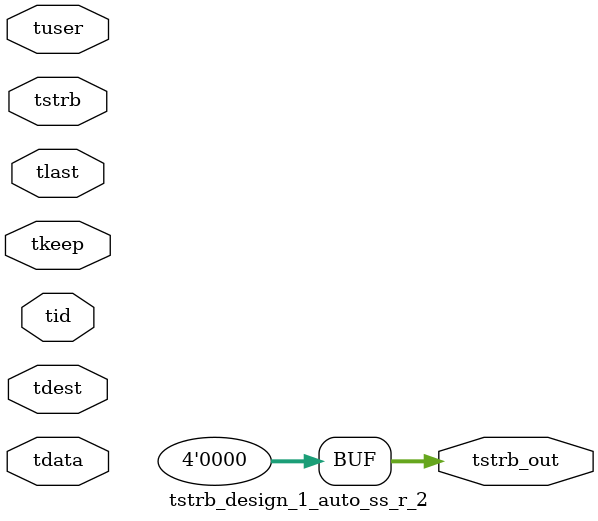
<source format=v>


`timescale 1ps/1ps

module tstrb_design_1_auto_ss_r_2 #
(
parameter C_S_AXIS_TDATA_WIDTH = 32,
parameter C_S_AXIS_TUSER_WIDTH = 0,
parameter C_S_AXIS_TID_WIDTH   = 0,
parameter C_S_AXIS_TDEST_WIDTH = 0,
parameter C_M_AXIS_TDATA_WIDTH = 32
)
(
input  [(C_S_AXIS_TDATA_WIDTH == 0 ? 1 : C_S_AXIS_TDATA_WIDTH)-1:0     ] tdata,
input  [(C_S_AXIS_TUSER_WIDTH == 0 ? 1 : C_S_AXIS_TUSER_WIDTH)-1:0     ] tuser,
input  [(C_S_AXIS_TID_WIDTH   == 0 ? 1 : C_S_AXIS_TID_WIDTH)-1:0       ] tid,
input  [(C_S_AXIS_TDEST_WIDTH == 0 ? 1 : C_S_AXIS_TDEST_WIDTH)-1:0     ] tdest,
input  [(C_S_AXIS_TDATA_WIDTH/8)-1:0 ] tkeep,
input  [(C_S_AXIS_TDATA_WIDTH/8)-1:0 ] tstrb,
input                                                                    tlast,
output [(C_M_AXIS_TDATA_WIDTH/8)-1:0 ] tstrb_out
);

assign tstrb_out = {1'b0};

endmodule


</source>
